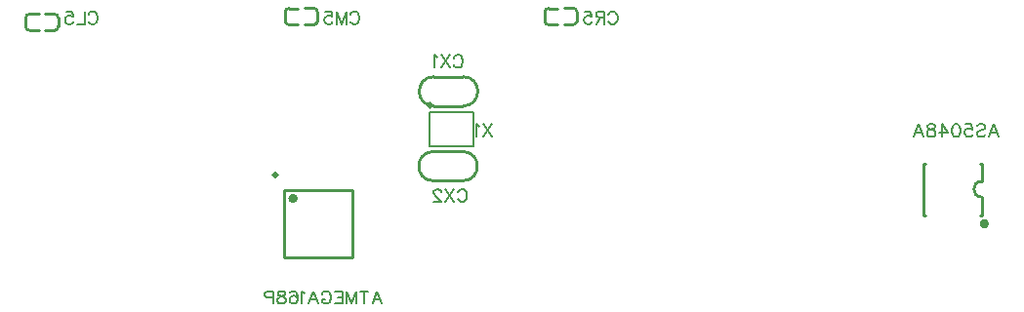
<source format=gbo>
G04 Layer: BottomSilkscreenLayer*
G04 EasyEDA v6.5.22, 2023-01-26 14:10:14*
G04 b877e135513245ca8f96004f63138494,c6a1bf633b9a4ba285e4988a7d74c357,10*
G04 Gerber Generator version 0.2*
G04 Scale: 100 percent, Rotated: No, Reflected: No *
G04 Dimensions in millimeters *
G04 leading zeros omitted , absolute positions ,4 integer and 5 decimal *
%FSLAX45Y45*%
%MOMM*%

%ADD10C,0.1524*%
%ADD11C,0.2540*%
%ADD12C,0.2032*%
%ADD13C,0.3000*%
%ADD14C,0.4000*%
%ADD15C,0.0157*%

%LPD*%
D10*
X9458416Y2965333D02*
G01*
X9499981Y2856229D01*
X9458416Y2965333D02*
G01*
X9416854Y2856229D01*
X9484395Y2892597D02*
G01*
X9432439Y2892597D01*
X9309826Y2949747D02*
G01*
X9320217Y2960138D01*
X9335805Y2965333D01*
X9356585Y2965333D01*
X9372173Y2960138D01*
X9382564Y2949747D01*
X9382564Y2939356D01*
X9377367Y2928965D01*
X9372173Y2923768D01*
X9361782Y2918574D01*
X9330608Y2908183D01*
X9320217Y2902988D01*
X9315023Y2897792D01*
X9309826Y2887400D01*
X9309826Y2871815D01*
X9320217Y2861424D01*
X9335805Y2856229D01*
X9356585Y2856229D01*
X9372173Y2861424D01*
X9382564Y2871815D01*
X9213192Y2965333D02*
G01*
X9265145Y2965333D01*
X9270342Y2918574D01*
X9265145Y2923768D01*
X9249559Y2928965D01*
X9233974Y2928965D01*
X9218386Y2923768D01*
X9207995Y2913379D01*
X9202800Y2897792D01*
X9202800Y2887400D01*
X9207995Y2871815D01*
X9218386Y2861424D01*
X9233974Y2856229D01*
X9249559Y2856229D01*
X9265145Y2861424D01*
X9270342Y2866618D01*
X9275536Y2877009D01*
X9137337Y2965333D02*
G01*
X9152925Y2960138D01*
X9163316Y2944550D01*
X9168511Y2918574D01*
X9168511Y2902988D01*
X9163316Y2877009D01*
X9152925Y2861424D01*
X9137337Y2856229D01*
X9126946Y2856229D01*
X9111361Y2861424D01*
X9100969Y2877009D01*
X9095775Y2902988D01*
X9095775Y2918574D01*
X9100969Y2944550D01*
X9111361Y2960138D01*
X9126946Y2965333D01*
X9137337Y2965333D01*
X9009529Y2965333D02*
G01*
X9061485Y2892597D01*
X8983553Y2892597D01*
X9009529Y2965333D02*
G01*
X9009529Y2856229D01*
X8923286Y2965333D02*
G01*
X8938872Y2960138D01*
X8944066Y2949747D01*
X8944066Y2939356D01*
X8938872Y2928965D01*
X8928481Y2923768D01*
X8907698Y2918574D01*
X8892113Y2913379D01*
X8881722Y2902988D01*
X8876525Y2892597D01*
X8876525Y2877009D01*
X8881722Y2866618D01*
X8886916Y2861424D01*
X8902504Y2856229D01*
X8923286Y2856229D01*
X8938872Y2861424D01*
X8944066Y2866618D01*
X8949263Y2877009D01*
X8949263Y2892597D01*
X8944066Y2902988D01*
X8933675Y2913379D01*
X8918089Y2918574D01*
X8897307Y2923768D01*
X8886916Y2928965D01*
X8881722Y2939356D01*
X8881722Y2949747D01*
X8886916Y2960138D01*
X8902504Y2965333D01*
X8923286Y2965333D01*
X8800673Y2965333D02*
G01*
X8842235Y2856229D01*
X8800673Y2965333D02*
G01*
X8759108Y2856229D01*
X8826649Y2892597D02*
G01*
X8774696Y2892597D01*
X4108427Y1515336D02*
G01*
X4149991Y1406232D01*
X4108427Y1515336D02*
G01*
X4066865Y1406232D01*
X4134406Y1442600D02*
G01*
X4082450Y1442600D01*
X3996207Y1515336D02*
G01*
X3996207Y1406232D01*
X4032575Y1515336D02*
G01*
X3959837Y1515336D01*
X3925547Y1515336D02*
G01*
X3925547Y1406232D01*
X3925547Y1515336D02*
G01*
X3883985Y1406232D01*
X3842420Y1515336D02*
G01*
X3883985Y1406232D01*
X3842420Y1515336D02*
G01*
X3842420Y1406232D01*
X3808130Y1515336D02*
G01*
X3808130Y1406232D01*
X3808130Y1515336D02*
G01*
X3740589Y1515336D01*
X3808130Y1463382D02*
G01*
X3766565Y1463382D01*
X3808130Y1406232D02*
G01*
X3740589Y1406232D01*
X3628367Y1489359D02*
G01*
X3633563Y1499750D01*
X3643955Y1510141D01*
X3654346Y1515336D01*
X3675125Y1515336D01*
X3685517Y1510141D01*
X3695908Y1499750D01*
X3701105Y1489359D01*
X3706299Y1473771D01*
X3706299Y1447794D01*
X3701105Y1432209D01*
X3695908Y1421818D01*
X3685517Y1411427D01*
X3675125Y1406232D01*
X3654346Y1406232D01*
X3643955Y1411427D01*
X3633563Y1421818D01*
X3628367Y1432209D01*
X3628367Y1447794D01*
X3654346Y1447794D02*
G01*
X3628367Y1447794D01*
X3552515Y1515336D02*
G01*
X3594077Y1406232D01*
X3552515Y1515336D02*
G01*
X3510950Y1406232D01*
X3578491Y1442600D02*
G01*
X3526536Y1442600D01*
X3476660Y1494553D02*
G01*
X3466269Y1499750D01*
X3450683Y1515336D01*
X3450683Y1406232D01*
X3354047Y1499750D02*
G01*
X3359243Y1510141D01*
X3374829Y1515336D01*
X3385220Y1515336D01*
X3400806Y1510141D01*
X3411197Y1494553D01*
X3416393Y1468577D01*
X3416393Y1442600D01*
X3411197Y1421818D01*
X3400806Y1411427D01*
X3385220Y1406232D01*
X3380026Y1406232D01*
X3364438Y1411427D01*
X3354047Y1421818D01*
X3348852Y1437403D01*
X3348852Y1442600D01*
X3354047Y1458186D01*
X3364438Y1468577D01*
X3380026Y1473771D01*
X3385220Y1473771D01*
X3400806Y1468577D01*
X3411197Y1458186D01*
X3416393Y1442600D01*
X3288586Y1515336D02*
G01*
X3304171Y1510141D01*
X3309365Y1499750D01*
X3309365Y1489359D01*
X3304171Y1478968D01*
X3293780Y1473771D01*
X3272998Y1468577D01*
X3257412Y1463382D01*
X3247021Y1452991D01*
X3241827Y1442600D01*
X3241827Y1427012D01*
X3247021Y1416621D01*
X3252215Y1411427D01*
X3267803Y1406232D01*
X3288586Y1406232D01*
X3304171Y1411427D01*
X3309365Y1416621D01*
X3314562Y1427012D01*
X3314562Y1442600D01*
X3309365Y1452991D01*
X3298977Y1463382D01*
X3283389Y1468577D01*
X3262607Y1473771D01*
X3252215Y1478968D01*
X3247021Y1489359D01*
X3247021Y1499750D01*
X3252215Y1510141D01*
X3267803Y1515336D01*
X3288586Y1515336D01*
X3207537Y1515336D02*
G01*
X3207537Y1406232D01*
X3207537Y1515336D02*
G01*
X3160775Y1515336D01*
X3145190Y1510141D01*
X3139996Y1504944D01*
X3134799Y1494553D01*
X3134799Y1478968D01*
X3139996Y1468577D01*
X3145190Y1463382D01*
X3160775Y1458186D01*
X3207537Y1458186D01*
X1603712Y3917718D02*
G01*
X1609046Y3928132D01*
X1619460Y3938546D01*
X1629620Y3943626D01*
X1650448Y3943626D01*
X1660862Y3938546D01*
X1671276Y3928132D01*
X1676610Y3917718D01*
X1681690Y3901970D01*
X1681690Y3876062D01*
X1676610Y3860568D01*
X1671276Y3850154D01*
X1660862Y3839740D01*
X1650448Y3834660D01*
X1629620Y3834660D01*
X1619460Y3839740D01*
X1609046Y3850154D01*
X1603712Y3860568D01*
X1569422Y3943626D02*
G01*
X1569422Y3834660D01*
X1569422Y3834660D02*
G01*
X1507192Y3834660D01*
X1410418Y3943626D02*
G01*
X1462488Y3943626D01*
X1467568Y3896890D01*
X1462488Y3901970D01*
X1446740Y3907304D01*
X1431246Y3907304D01*
X1415752Y3901970D01*
X1405338Y3891810D01*
X1400004Y3876062D01*
X1400004Y3865648D01*
X1405338Y3850154D01*
X1415752Y3839740D01*
X1431246Y3834660D01*
X1446740Y3834660D01*
X1462488Y3839740D01*
X1467568Y3844820D01*
X1472902Y3855234D01*
X3874261Y3917683D02*
G01*
X3879595Y3928097D01*
X3890009Y3938511D01*
X3900170Y3943591D01*
X3920997Y3943591D01*
X3931411Y3938511D01*
X3941825Y3928097D01*
X3947159Y3917683D01*
X3952240Y3901935D01*
X3952240Y3876027D01*
X3947159Y3860533D01*
X3941825Y3850119D01*
X3931411Y3839705D01*
X3920997Y3834625D01*
X3900170Y3834625D01*
X3890009Y3839705D01*
X3879595Y3850119D01*
X3874261Y3860533D01*
X3839972Y3943591D02*
G01*
X3839972Y3834625D01*
X3839972Y3943591D02*
G01*
X3798570Y3834625D01*
X3756913Y3943591D02*
G01*
X3798570Y3834625D01*
X3756913Y3943591D02*
G01*
X3756913Y3834625D01*
X3660140Y3943591D02*
G01*
X3712209Y3943591D01*
X3717290Y3896855D01*
X3712209Y3901935D01*
X3696715Y3907269D01*
X3680968Y3907269D01*
X3665474Y3901935D01*
X3655059Y3891775D01*
X3649979Y3876027D01*
X3649979Y3865613D01*
X3655059Y3850119D01*
X3665474Y3839705D01*
X3680968Y3834625D01*
X3696715Y3834625D01*
X3712209Y3839705D01*
X3717290Y3844785D01*
X3722624Y3855199D01*
X6114072Y3917721D02*
G01*
X6119406Y3928135D01*
X6129820Y3938549D01*
X6139980Y3943629D01*
X6160808Y3943629D01*
X6171222Y3938549D01*
X6181636Y3928135D01*
X6186970Y3917721D01*
X6192050Y3901973D01*
X6192050Y3876065D01*
X6186970Y3860571D01*
X6181636Y3850157D01*
X6171222Y3839743D01*
X6160808Y3834663D01*
X6139980Y3834663D01*
X6129820Y3839743D01*
X6119406Y3850157D01*
X6114072Y3860571D01*
X6079782Y3943629D02*
G01*
X6079782Y3834663D01*
X6079782Y3943629D02*
G01*
X6033046Y3943629D01*
X6017552Y3938549D01*
X6012218Y3933215D01*
X6007138Y3922801D01*
X6007138Y3912387D01*
X6012218Y3901973D01*
X6017552Y3896893D01*
X6033046Y3891813D01*
X6079782Y3891813D01*
X6043460Y3891813D02*
G01*
X6007138Y3834663D01*
X5910364Y3943629D02*
G01*
X5962434Y3943629D01*
X5967514Y3896893D01*
X5962434Y3901973D01*
X5946940Y3907307D01*
X5931192Y3907307D01*
X5915698Y3901973D01*
X5905284Y3891813D01*
X5899950Y3876065D01*
X5899950Y3865651D01*
X5905284Y3850157D01*
X5915698Y3839743D01*
X5931192Y3834663D01*
X5946940Y3834663D01*
X5962434Y3839743D01*
X5967514Y3844823D01*
X5972848Y3855237D01*
X4807884Y2374679D02*
G01*
X4813218Y2385093D01*
X4823632Y2395507D01*
X4833792Y2400841D01*
X4854620Y2400841D01*
X4865034Y2395507D01*
X4875448Y2385093D01*
X4880782Y2374679D01*
X4885862Y2359185D01*
X4885862Y2333277D01*
X4880782Y2317529D01*
X4875448Y2307115D01*
X4865034Y2296955D01*
X4854620Y2291621D01*
X4833792Y2291621D01*
X4823632Y2296955D01*
X4813218Y2307115D01*
X4807884Y2317529D01*
X4773594Y2400841D02*
G01*
X4700950Y2291621D01*
X4700950Y2400841D02*
G01*
X4773594Y2291621D01*
X4661326Y2374679D02*
G01*
X4661326Y2380013D01*
X4656246Y2390427D01*
X4650912Y2395507D01*
X4640752Y2400841D01*
X4619924Y2400841D01*
X4609510Y2395507D01*
X4604176Y2390427D01*
X4599096Y2380013D01*
X4599096Y2369599D01*
X4604176Y2359185D01*
X4614590Y2343691D01*
X4666660Y2291621D01*
X4593762Y2291621D01*
X4772017Y3539269D02*
G01*
X4777351Y3549683D01*
X4787765Y3560097D01*
X4797925Y3565431D01*
X4818753Y3565431D01*
X4829167Y3560097D01*
X4839581Y3549683D01*
X4844915Y3539269D01*
X4849995Y3523775D01*
X4849995Y3497867D01*
X4844915Y3482119D01*
X4839581Y3471705D01*
X4829167Y3461545D01*
X4818753Y3456211D01*
X4797925Y3456211D01*
X4787765Y3461545D01*
X4777351Y3471705D01*
X4772017Y3482119D01*
X4737727Y3565431D02*
G01*
X4665083Y3456211D01*
X4665083Y3565431D02*
G01*
X4737727Y3456211D01*
X4630793Y3544603D02*
G01*
X4620379Y3549683D01*
X4604885Y3565431D01*
X4604885Y3456211D01*
X5099989Y2965333D02*
G01*
X5027254Y2856229D01*
X5027254Y2965333D02*
G01*
X5099989Y2856229D01*
X4992964Y2944550D02*
G01*
X4982573Y2949747D01*
X4966985Y2965333D01*
X4966985Y2856229D01*
D11*
X9351441Y2239975D02*
G01*
X9351441Y2331415D01*
X9351441Y2468575D02*
G01*
X9351441Y2560015D01*
X9349981Y2624996D02*
G01*
X9338416Y2624996D01*
X8861546Y2624996D02*
G01*
X8849982Y2624996D01*
X8849982Y2174994D01*
X8861546Y2174994D01*
X9338416Y2174994D02*
G01*
X9349981Y2174994D01*
X9351441Y2560015D02*
G01*
X9351441Y2624996D01*
X9351441Y2239975D02*
G01*
X9351441Y2174994D01*
X3303727Y1805000D02*
G01*
X3303727Y2394991D01*
X3893718Y2394991D01*
X3893718Y1805000D01*
X3303727Y1805000D01*
X1060996Y3889969D02*
G01*
X1060996Y3809966D01*
X1171971Y3920954D02*
G01*
X1091973Y3920954D01*
X1171971Y3778989D02*
G01*
X1091973Y3778989D01*
X1229560Y3921536D02*
G01*
X1309560Y3921536D01*
X1340543Y3890553D02*
G01*
X1340543Y3810556D01*
X1229560Y3779575D02*
G01*
X1309560Y3779575D01*
X3310991Y3939969D02*
G01*
X3310991Y3859966D01*
X3421966Y3970954D02*
G01*
X3341969Y3970954D01*
X3421966Y3828989D02*
G01*
X3341969Y3828989D01*
X3479556Y3971536D02*
G01*
X3559556Y3971536D01*
X3590538Y3940553D02*
G01*
X3590538Y3860556D01*
X3479556Y3829575D02*
G01*
X3559556Y3829575D01*
X5560987Y3939969D02*
G01*
X5560987Y3859966D01*
X5671962Y3970954D02*
G01*
X5591964Y3970954D01*
X5671962Y3828989D02*
G01*
X5591964Y3828989D01*
X5729551Y3971536D02*
G01*
X5809551Y3971536D01*
X5840534Y3940553D02*
G01*
X5840534Y3860556D01*
X5729551Y3829575D02*
G01*
X5809551Y3829575D01*
X4595990Y2726994D02*
G01*
X4849990Y2726994D01*
X4595990Y2472994D02*
G01*
X4849990Y2472994D01*
X4853990Y3122993D02*
G01*
X4599990Y3122993D01*
X4853990Y3376993D02*
G01*
X4599990Y3376993D01*
D12*
X4559990Y3069993D02*
G01*
X4939990Y3069993D01*
X4939990Y2769994D01*
X4559990Y2769994D01*
X4559990Y3069993D01*
D11*
G75*
G01*
X9351442Y2468575D02*
G03*
X9351442Y2331415I0J-68580D01*
D13*
G75*
G01*
X3224073Y2506396D02*
G02*
X3224327Y2506396I127J15001D01*
D14*
G75*
G01*
X3378759Y2299894D02*
G02*
X3379013Y2299894I127J19999D01*
D11*
G75*
G01*
X1340549Y3890554D02*
G03*
X1309566Y3921536I-30983J0D01*
G75*
G01*
X1309566Y3779571D02*
G03*
X1340549Y3810556I0J30983D01*
G75*
G01*
X1091979Y3920955D02*
G03*
X1060996Y3889969I0J-30983D01*
G75*
G01*
X1060996Y3809972D02*
G03*
X1091979Y3778989I30983J0D01*
G75*
G01*
X3590544Y3940553D02*
G03*
X3559561Y3971536I-30983J0D01*
G75*
G01*
X3559561Y3829571D02*
G03*
X3590544Y3860556I0J30983D01*
G75*
G01*
X3341975Y3970955D02*
G03*
X3310992Y3939969I0J-30983D01*
G75*
G01*
X3310992Y3859972D02*
G03*
X3341975Y3828989I30983J0D01*
G75*
G01*
X5840540Y3940553D02*
G03*
X5809557Y3971536I-30983J0D01*
G75*
G01*
X5809557Y3829571D02*
G03*
X5840540Y3860556I0J30983D01*
G75*
G01*
X5591970Y3970955D02*
G03*
X5560987Y3939969I0J-30983D01*
G75*
G01*
X5560987Y3859972D02*
G03*
X5591970Y3828989I30983J0D01*
G75*
G01*
X4849990Y2472995D02*
G03*
X4849990Y2726995I0J127000D01*
G75*
G01*
X4595990Y2472995D02*
G02*
X4595990Y2726995I0J127000D01*
G75*
G01*
X4599991Y3376993D02*
G03*
X4599991Y3122993I0J-127000D01*
G75*
G01*
X4853991Y3376993D02*
G02*
X4853991Y3122993I0J-127000D01*
D13*
G75*
G01*
X4565078Y3115066D02*
G02*
X4565333Y3115066I128J15001D01*
D14*
G75*
G01
X9394977Y2099996D02*
G03X9394977Y2099996I-19990J0D01*
M02*

</source>
